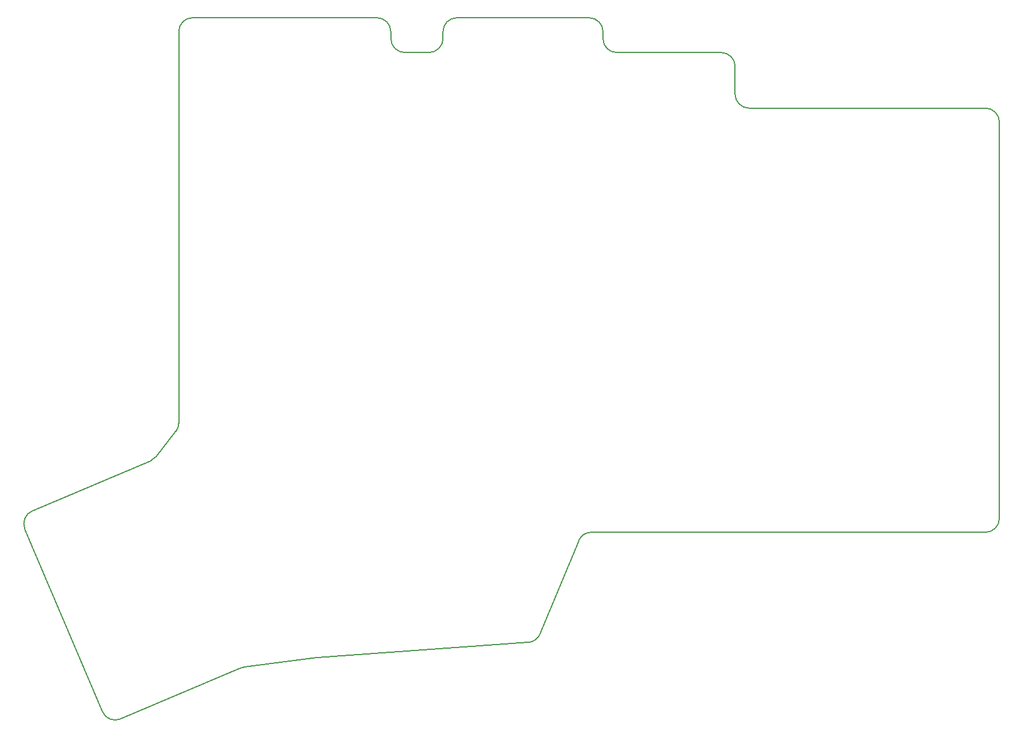
<source format=gbr>
%TF.GenerationSoftware,KiCad,Pcbnew,8.0.6*%
%TF.CreationDate,2024-12-24T11:46:23+01:00*%
%TF.ProjectId,right,72696768-742e-46b6-9963-61645f706362,v1.0.0*%
%TF.SameCoordinates,Original*%
%TF.FileFunction,Profile,NP*%
%FSLAX46Y46*%
G04 Gerber Fmt 4.6, Leading zero omitted, Abs format (unit mm)*
G04 Created by KiCad (PCBNEW 8.0.6) date 2024-12-24 11:46:23*
%MOMM*%
%LPD*%
G01*
G04 APERTURE LIST*
%TA.AperFunction,Profile*%
%ADD10C,0.150000*%
%TD*%
G04 APERTURE END LIST*
D10*
X210352485Y-189543301D02*
G75*
G02*
X210463894Y-189532098I255815J-1984399D01*
G01*
X228500000Y-100500000D02*
G75*
G02*
X226500000Y-102500000I-2000000J0D01*
G01*
X226500000Y-102500000D02*
X223000000Y-102500000D01*
X308500000Y-169500000D02*
X308500000Y-112500000D01*
X270500000Y-108500000D02*
X270500000Y-104500000D01*
X249500000Y-97500000D02*
X230500000Y-97500000D01*
X251500000Y-100500000D02*
X251500000Y-99500000D01*
X228500000Y-99500000D02*
X228500000Y-100500000D01*
X249500000Y-97500000D02*
G75*
G02*
X251500000Y-99500000I0J-2000000D01*
G01*
X210463894Y-189532096D02*
X240767150Y-187339215D01*
X190068841Y-157045298D02*
X187251784Y-160608107D01*
X308500000Y-169500000D02*
G75*
G02*
X306500000Y-171500000I-2000000J0D01*
G01*
X190500000Y-155804840D02*
G75*
G02*
X190068822Y-157045283I-2000000J40D01*
G01*
X168385681Y-171055342D02*
G75*
G02*
X169445237Y-168432890I1841019J781442D01*
G01*
X247989482Y-172737025D02*
G75*
G02*
X249838230Y-171500028I1848718J-762975D01*
G01*
X219000000Y-97500000D02*
X192500000Y-97500000D01*
X268500000Y-102500000D02*
G75*
G02*
X270500000Y-104500000I0J-2000000D01*
G01*
X182143990Y-198349278D02*
X199380530Y-191032801D01*
X223000000Y-102500000D02*
G75*
G02*
X221000000Y-100500000I0J2000000D01*
G01*
X268500000Y-102500000D02*
X253500000Y-102500000D01*
X199906231Y-190890231D02*
X210352484Y-189543301D01*
X306500000Y-110500000D02*
G75*
G02*
X308500000Y-112500000I0J-2000000D01*
G01*
X219000000Y-97500000D02*
G75*
G02*
X221000000Y-99500000I0J-2000000D01*
G01*
X242471547Y-186107406D02*
X247989482Y-172737025D01*
X221000000Y-100500000D02*
X221000000Y-99500000D01*
X186464405Y-161208658D02*
X169445229Y-168432870D01*
X272500000Y-110500000D02*
G75*
G02*
X270500000Y-108500000I0J2000000D01*
G01*
X249838230Y-171500000D02*
X306500000Y-171500000D01*
X182143990Y-198349278D02*
G75*
G02*
X179521500Y-197289738I-781490J1840978D01*
G01*
X253500000Y-102500000D02*
G75*
G02*
X251500000Y-100500000I0J2000000D01*
G01*
X306500000Y-110500000D02*
X272500000Y-110500000D01*
X187251784Y-160608106D02*
G75*
G02*
X186464406Y-161208660I-1568884J1240506D01*
G01*
X228500000Y-99500000D02*
G75*
G02*
X230500000Y-97500000I2000000J0D01*
G01*
X190500000Y-99500000D02*
G75*
G02*
X192500000Y-97500000I2000000J0D01*
G01*
X190500000Y-99500000D02*
X190500000Y-155804840D01*
X242471547Y-186107407D02*
G75*
G02*
X240767149Y-187339195I-1848747J763007D01*
G01*
X168385681Y-171055342D02*
X179521518Y-197289730D01*
X199380530Y-191032800D02*
G75*
G02*
X199906231Y-190890228I781470J-1841000D01*
G01*
M02*

</source>
